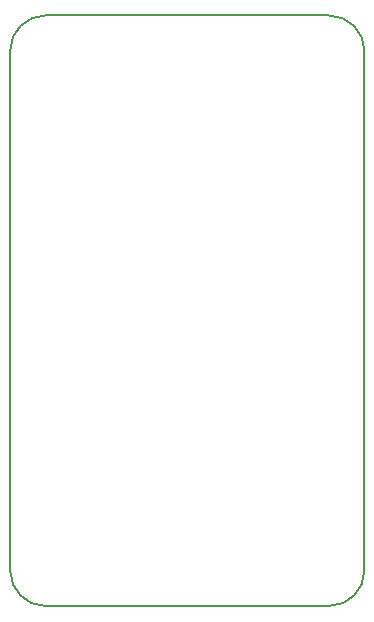
<source format=gbr>
G04 #@! TF.FileFunction,Other,User*
%FSLAX46Y46*%
G04 Gerber Fmt 4.6, Leading zero omitted, Abs format (unit mm)*
G04 Created by KiCad (PCBNEW 4.0.5) date 07/09/17 21:46:26*
%MOMM*%
%LPD*%
G01*
G04 APERTURE LIST*
%ADD10C,0.100000*%
%ADD11C,0.200000*%
G04 APERTURE END LIST*
D10*
D11*
X80000000Y-97000000D02*
X80000000Y-53000000D01*
X77000000Y-100000000D02*
G75*
G03X80000000Y-97000000I0J3000000D01*
G01*
X50000000Y-53000000D02*
X50000000Y-97000000D01*
X77000000Y-50000000D02*
X53000000Y-50000000D01*
X80000000Y-53000000D02*
G75*
G03X77000000Y-50000000I-3000000J0D01*
G01*
X53000000Y-50000000D02*
G75*
G03X50000000Y-53000000I0J-3000000D01*
G01*
X77000000Y-100000000D02*
X53000000Y-100000000D01*
X50000000Y-97000000D02*
G75*
G03X53000000Y-100000000I3000000J0D01*
G01*
M02*

</source>
